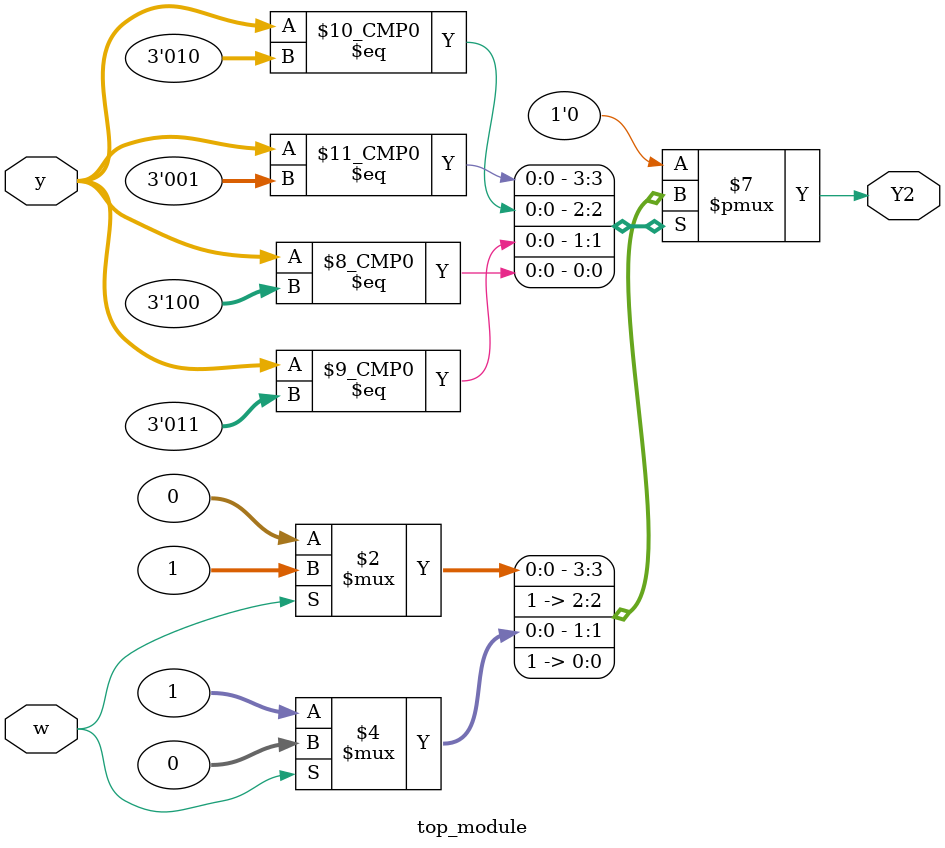
<source format=sv>
module top_module(
    input [3:1] y,
    input w,
    output reg Y2);
    
    always @(*) begin
        case (y)
            3'b000: Y2 = 0; // A
            3'b001: Y2 = w ? 1 : 0; // B
            3'b010: Y2 = w ? 1 : 1; // C
            3'b011: Y2 = w ? 0 : 1; // D
            3'b100: Y2 = 1; // E
            3'b101: Y2 = 0; // F
            default: Y2 = 0;
        endcase
    end

endmodule

</source>
